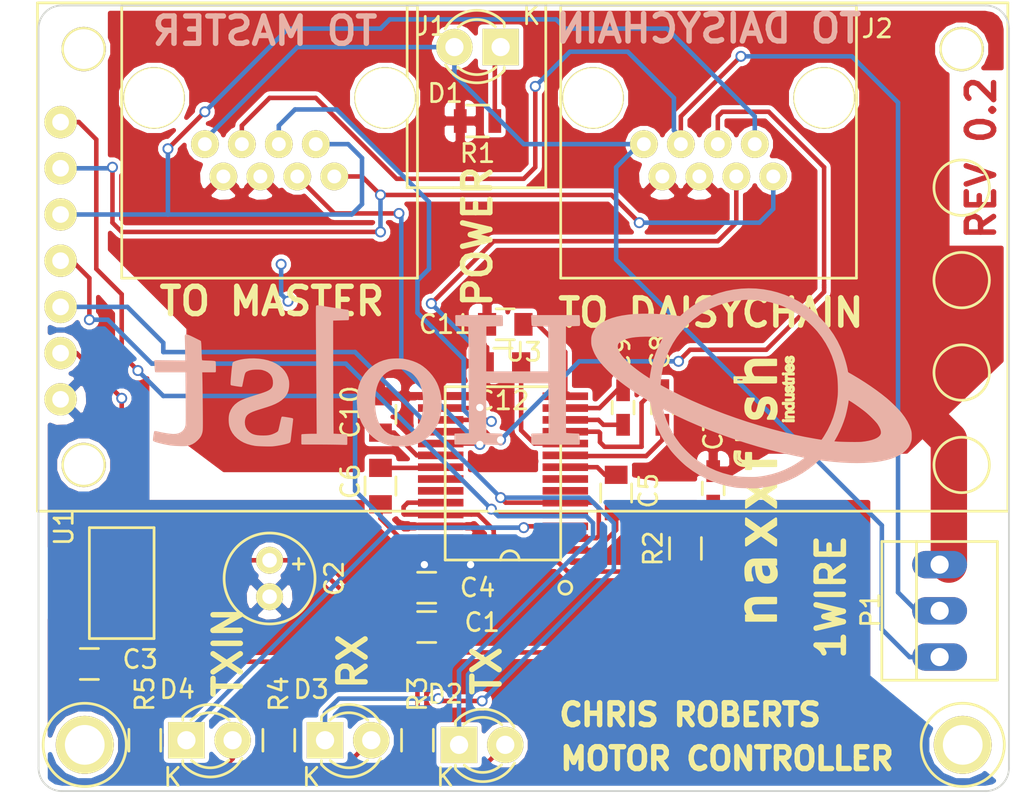
<source format=kicad_pcb>
(kicad_pcb (version 4) (host pcbnew "(after 2015-may-25 BZR unknown)-product")
  (title_block (title "Motor Controller Board") (date "08 August 2015") (rev 1) (company "Naxxfish Industries"))
  (layers (0 F.Cu signal) (31 B.Cu signal) (34 B.Paste user) (35 F.Paste user) (36 B.SilkS user) (37 F.SilkS user) (38 B.Mask user) (39 F.Mask user) (44 Edge.Cuts user))
  (net 0 "")
  (net 1 VCC)
  (net 2 GND)
  (net 3 "Net-(C5-Pad1)")
  (net 4 "Net-(C5-Pad2)")
  (net 5 "Net-(C6-Pad1)")
  (net 6 "Net-(C6-Pad2)")
  (net 7 MAS_RX)
  (net 8 MAS_TX)
  (net 9 RST)
  (net 10 ERR)
  (net 11 DAISY_TX)
  (net 12 DAISY_RX)
  (net 13 P_TXIN)
  (net 14 P_TX)
  (net 15 P_RX)
  (net 16 "Net-(J1-Pad3)")
  (net 17 +5VA)
  (net 18 GNDPWR)
  (net 19 VIN)
  (net 20 "Net-(C8-Pad1)")
  (net 21 "Net-(C8-Pad2)")
  (net 22 "Net-(C9-Pad1)")
  (net 23 "Net-(C9-Pad2)")
  (net 24 "Net-(C10-Pad1)")
  (net 25 "Net-(C11-Pad1)")
  (net 26 "Net-(C12-Pad1)")
  (net 27 "Net-(D2-Pad2)")
  (net 28 "Net-(D3-Pad2)")
  (net 29 "Net-(D4-Pad2)")
  (net 30 "Net-(R2-Pad2)")
  (net 31 "Net-(D1-Pad1)")
  (module Capacitors_SMD:C_0805 (layer F.Cu) (at 91.186 91.313 180)
    (fp_text reference C1 (at -3.048 0.254 180) (layer F.SilkS))
    (fp_text value 1uF)
    (pad 1 smd rect (at -1 0 180) (size 1 1.25) (layers F.Cu F.Paste F.Mask) (net 17 +5VA))
    (pad 2 smd rect (at 1 0 180) (size 1 1.25) (layers F.Cu F.Paste F.Mask) (net 18 GNDPWR))
  )
  (module Capacitors_Elko_ThroughHole:Elko_vert_11x5mm_RM2 (layer F.Cu) (at 82.55 87.63 270)
    (fp_text reference C2 (at 1.016 -3.556 270) (layer F.SilkS))
    (fp_text value 47uF)
    (fp_line (start 0.2159 -1.6002) (end 0.2159 -1.30048) (layer F.Cu) (width 0.15))
    (fp_line (start 0.2159 -1.6002) (end 0.51562 -1.6002) (layer F.Cu) (width 0.15))
    (fp_line (start -0.08382 -1.6002) (end 0.2159 -1.6002) (layer F.Cu) (width 0.15))
    (fp_line (start 0.2159 -1.6002) (end 0.2159 -1.89992) (layer F.Cu) (width 0.15))
    (pad 1 thru_hole circle (at 0.01524 0 270) (size 1.48082 1.48082) (drill 0.8001) (layers *.Cu *.Mask F.SilkS) (net 17 +5VA))
    (pad 2 thru_hole circle (at 2.01676 0 270) (size 1.48082 1.48082) (drill 0.8001) (layers *.Cu *.Mask F.SilkS) (net 18 GNDPWR))
  )
  (module Capacitors_SMD:C_0805 (layer F.Cu) (at 72.644 93.345 180)
    (fp_text reference C3 (at -2.794 0.254 180) (layer F.SilkS))
    (fp_text value 1uF)
    (pad 1 smd rect (at -1 0 180) (size 1 1.25) (layers F.Cu F.Paste F.Mask) (net 19 VIN))
    (pad 2 smd rect (at 1 0 180) (size 1 1.25) (layers F.Cu F.Paste F.Mask) (net 18 GNDPWR))
  )
  (module Capacitors_SMD:C_0805 (layer F.Cu) (at 91.186 89.154 180)
    (fp_text reference C4 (at -2.794 0 180) (layer F.SilkS))
    (fp_text value 1uF)
    (pad 1 smd rect (at -1 0 180) (size 1 1.25) (layers F.Cu F.Paste F.Mask) (net 17 +5VA))
    (pad 2 smd rect (at 1 0 180) (size 1 1.25) (layers F.Cu F.Paste F.Mask) (net 18 GNDPWR))
  )
  (module Capacitors_SMD:C_0805 (layer F.Cu) (at 101.6 83.947 270)
    (fp_text reference C5 (at -0.127 -1.778 270) (layer F.SilkS))
    (fp_text value 0.047U)
    (pad 1 smd rect (at -1 0 270) (size 1 1.25) (layers F.Cu F.Paste F.Mask) (net 3 "Net-(C5-Pad1)"))
    (pad 2 smd rect (at 1 0 270) (size 1 1.25) (layers F.Cu F.Paste F.Mask) (net 4 "Net-(C5-Pad2)"))
  )
  (module Capacitors_SMD:C_0805 (layer F.Cu) (at 88.646 83.566 270)
    (fp_text reference C6 (at -0.254 1.651 270) (layer F.SilkS))
    (fp_text value 0.047U)
    (pad 1 smd rect (at -1 0 270) (size 1 1.25) (layers F.Cu F.Paste F.Mask) (net 5 "Net-(C6-Pad1)"))
    (pad 2 smd rect (at 1 0 270) (size 1 1.25) (layers F.Cu F.Paste F.Mask) (net 6 "Net-(C6-Pad2)"))
  )
  (module Capacitors_SMD:C_0805 (layer F.Cu) (at 88.646 79.629 90)
    (fp_text reference C10 (at 0.127 -1.651 90) (layer F.SilkS))
    (fp_text value 2.2U)
    (pad 1 smd rect (at -1 0 90) (size 1 1.25) (layers F.Cu F.Paste F.Mask) (net 24 "Net-(C10-Pad1)"))
    (pad 2 smd rect (at 1 0 90) (size 1 1.25) (layers F.Cu F.Paste F.Mask) (net 2 GND))
  )
  (module Capacitors_SMD:C_0805 (layer F.Cu) (at 95.504 74.676 180)
    (fp_text reference C11 (at 3.302 0 180) (layer F.SilkS))
    (fp_text value 0.47)
    (pad 1 smd rect (at -1 0 180) (size 1 1.25) (layers F.Cu F.Paste F.Mask) (net 25 "Net-(C11-Pad1)"))
    (pad 2 smd rect (at 1 0 180) (size 1 1.25) (layers F.Cu F.Paste F.Mask) (net 2 GND))
  )
  (module Capacitors_SMD:C_0805 (layer F.Cu) (at 95.377 76.835 180)
    (fp_text reference C12 (at 0 -2.032 180) (layer F.SilkS))
    (fp_text value 0.47)
    (pad 1 smd rect (at -1 0 180) (size 1 1.25) (layers F.Cu F.Paste F.Mask) (net 26 "Net-(C12-Pad1)"))
    (pad 2 smd rect (at 1 0 180) (size 1 1.25) (layers F.Cu F.Paste F.Mask) (net 2 GND))
  )
  (module LEDs:LED-3MM (layer F.Cu) (at 95.25 59.436 180)
    (fp_text reference D1 (at 3.048 -2.54 180) (layer F.SilkS))
    (fp_text value PWR)
    (fp_text user K (at -1.69 1.74 180) (layer F.SilkS))
    (pad 1 thru_hole rect (at 0 0 270) (size 2 2) (drill 1.00076) (layers *.Cu *.Mask F.SilkS) (net 31 "Net-(D1-Pad1)"))
    (pad 2 thru_hole circle (at 2.54 0 180) (size 2 2) (drill 1.00076) (layers *.Cu *.Mask F.SilkS) (net 1 VCC))
  )
  (module LEDs:LED-3MM (layer F.Cu) (at 92.964 97.79)
    (fp_text reference D2 (at -0.762 -2.794) (layer F.SilkS))
    (fp_text value TX)
    (fp_text user K (at -0.762 1.778) (layer F.SilkS))
    (pad 1 thru_hole rect (at 0 0 90) (size 2 2) (drill 1.00076) (layers *.Cu *.Mask F.SilkS) (net 14 P_TX))
    (pad 2 thru_hole circle (at 2.54 0) (size 2 2) (drill 1.00076) (layers *.Cu *.Mask F.SilkS) (net 27 "Net-(D2-Pad2)"))
  )
  (module LEDs:LED-3MM (layer F.Cu) (at 85.598 97.536)
    (fp_text reference D3 (at -0.762 -2.794) (layer F.SilkS))
    (fp_text value RX)
    (fp_text user K (at -0.762 2.032) (layer F.SilkS))
    (pad 1 thru_hole rect (at 0 0 90) (size 2 2) (drill 1.00076) (layers *.Cu *.Mask F.SilkS) (net 15 P_RX))
    (pad 2 thru_hole circle (at 2.54 0) (size 2 2) (drill 1.00076) (layers *.Cu *.Mask F.SilkS) (net 28 "Net-(D3-Pad2)"))
  )
  (module LEDs:LED-3MM (layer F.Cu) (at 77.978 97.536)
    (fp_text reference D4 (at -0.508 -2.794) (layer F.SilkS))
    (fp_text value TXIN)
    (fp_text user K (at -0.762 2.032) (layer F.SilkS))
    (pad 1 thru_hole rect (at 0 0 90) (size 2 2) (drill 1.00076) (layers *.Cu *.Mask F.SilkS) (net 13 P_TXIN))
    (pad 2 thru_hole circle (at 2.54 0) (size 2 2) (drill 1.00076) (layers *.Cu *.Mask F.SilkS) (net 29 "Net-(D4-Pad2)"))
  )
  (module Connect:PINHEAD1-3 (layer F.Cu) (at 119.38 90.424 90)
    (fp_text reference P1 (at 0.05 -3.8 90) (layer F.SilkS))
    (fp_text value 1WIRECON)
    (pad 1 thru_hole oval (at -2.54 0 90) (size 1.50622 3.01498) (drill 0.99822) (layers *.Cu *.Mask) (net 1 VCC))
    (pad 2 thru_hole oval (at 0 0 90) (size 1.50622 3.01498) (drill 0.99822) (layers *.Cu *.Mask) (net 16 "Net-(J1-Pad3)"))
    (pad 3 thru_hole oval (at 2.54 0 90) (size 1.50622 3.01498) (drill 0.99822) (layers *.Cu *.Mask) (net 2 GND))
  )
  (module Resistors_SMD:R_0805 (layer F.Cu) (at 93.98 63.5 180)
    (fp_text reference R1 (at 0 -1.778 180) (layer F.SilkS))
    (fp_text value 330R)
    (pad 1 smd rect (at -0.95 0 180) (size 0.7 1.3) (layers F.Cu F.Paste F.Mask) (net 31 "Net-(D1-Pad1)"))
    (pad 2 smd rect (at 0.95 0 180) (size 0.7 1.3) (layers F.Cu F.Paste F.Mask) (net 2 GND))
  )
  (module Resistors_SMD:R_0805 (layer F.Cu) (at 105.41 86.995 90)
    (fp_text reference R2 (at 0 -1.778 90) (layer F.SilkS))
    (fp_text value 10K)
    (pad 1 smd rect (at -0.95 0 90) (size 0.7 1.3) (layers F.Cu F.Paste F.Mask) (net 17 +5VA))
    (pad 2 smd rect (at 0.95 0 90) (size 0.7 1.3) (layers F.Cu F.Paste F.Mask) (net 30 "Net-(R2-Pad2)"))
  )
  (module Resistors_SMD:R_0805 (layer F.Cu) (at 90.678 97.536 90)
    (fp_text reference R3 (at 2.54 0 90) (layer F.SilkS))
    (fp_text value 330R)
    (pad 1 smd rect (at -0.95 0 90) (size 0.7 1.3) (layers F.Cu F.Paste F.Mask) (net 27 "Net-(D2-Pad2)"))
    (pad 2 smd rect (at 0.95 0 90) (size 0.7 1.3) (layers F.Cu F.Paste F.Mask) (net 17 +5VA))
  )
  (module Resistors_SMD:R_0805 (layer F.Cu) (at 83.058 97.536 90)
    (fp_text reference R4 (at 2.54 0 90) (layer F.SilkS))
    (fp_text value 330R)
    (pad 1 smd rect (at -0.95 0 90) (size 0.7 1.3) (layers F.Cu F.Paste F.Mask) (net 28 "Net-(D3-Pad2)"))
    (pad 2 smd rect (at 0.95 0 90) (size 0.7 1.3) (layers F.Cu F.Paste F.Mask) (net 17 +5VA))
  )
  (module Resistors_SMD:R_0805 (layer F.Cu) (at 75.692 97.536 90)
    (fp_text reference R5 (at 2.54 0 90) (layer F.SilkS))
    (fp_text value 330R)
    (pad 1 smd rect (at -0.95 0 90) (size 0.7 1.3) (layers F.Cu F.Paste F.Mask) (net 29 "Net-(D4-Pad2)"))
    (pad 2 smd rect (at 0.95 0 90) (size 0.7 1.3) (layers F.Cu F.Paste F.Mask) (net 17 +5VA))
  )
  (module naxxfish-footprints:SOT-223-3 (layer F.Cu) (at 77.47 88.9 90)
    (fp_text reference U1 (at 3.048 -6.223 270) (layer F.SilkS))
    (fp_text value MCP1755S/SOT-223-3)
    (pad 2 smd rect (at 0 0 90) (size 0.95 1.9) (layers F.Cu F.Paste F.Mask) (net 18 GNDPWR))
    (pad 3 smd rect (at 2.3 0 90) (size 0.95 1.9) (layers F.Cu F.Paste F.Mask) (net 17 +5VA))
    (pad 1 smd rect (at -2.3 0 90) (size 0.95 1.9) (layers F.Cu F.Paste F.Mask) (net 19 VIN))
    (pad 4 smd rect (at 0 -6.1 90) (size 3.25 1.9) (layers F.Cu F.Paste F.Mask))
  )
  (module naxxfish-footprints:POLOLU-18V15 (layer F.Cu) (at 69.792 84.945)
    (fp_text reference U2 hide)
    (fp_text value POLOLU-SMC18V7 hide)
    (pad "" np_thru_hole circle (at 50.8 -25.4) (size 2.4384 2.4384) (drill 2.1844) (layers *.Cu *.Mask F.SilkS))
    (pad "" np_thru_hole circle (at 2.54 -25.4) (size 2.4384 2.4384) (drill 2.1844) (layers *.Cu *.Mask F.SilkS))
    (pad "" np_thru_hole circle (at 2.54 -2.54) (size 2.4384 2.4384) (drill 2.1844) (layers *.Cu *.Mask F.SilkS))
    (pad 7 thru_hole circle (at 1.27 -6.1468) (size 1.778 1.778) (drill 0.9144) (layers *.Cu *.Mask F.SilkS) (net 18 GNDPWR))
    (pad 6 thru_hole circle (at 1.27 -8.6868) (size 1.778 1.778) (drill 0.9144) (layers *.Cu *.Mask F.SilkS) (net 19 VIN))
    (pad 5 thru_hole circle (at 1.27 -11.2268) (size 1.778 1.778) (drill 0.9144) (layers *.Cu *.Mask F.SilkS) (net 15 P_RX))
    (pad 4 thru_hole circle (at 1.27 -13.7668) (size 1.778 1.778) (drill 0.9144) (layers *.Cu *.Mask F.SilkS) (net 14 P_TX))
    (pad 3 thru_hole circle (at 1.27 -16.3068) (size 1.778 1.778) (drill 0.9144) (layers *.Cu *.Mask F.SilkS) (net 9 RST))
    (pad 2 thru_hole circle (at 1.27 -18.8468) (size 1.778 1.778) (drill 0.9144) (layers *.Cu *.Mask F.SilkS) (net 10 ERR))
    (pad 1 thru_hole circle (at 1.27 -21.3868) (size 1.778 1.778) (drill 0.9144) (layers *.Cu *.Mask F.SilkS) (net 13 P_TXIN))
  )
  (module naxxfish-footprints:naxxfish-logo-motorcontroller (layer F.Cu) (at 109.855 83.693 90)
    (fp_text reference G*** hide)
    (fp_text value LOGO hide)
  )
  (module Connect:1pin (layer F.Cu) (at 120.65 97.79)
    (fp_text reference REF** hide)
    (fp_text value 1pin)
    (pad 1 thru_hole circle (at 0 0) (size 3.1844 3.1844) (drill 2.1844) (layers *.Cu *.Mask F.SilkS))
  )
  (module Connect:1pin (layer F.Cu) (at 72.39 97.79)
    (fp_text reference REF** hide)
    (fp_text value 1pin)
    (pad 1 thru_hole circle (at 0 0) (size 3.1844 3.1844) (drill 2.1844) (layers *.Cu *.Mask F.SilkS))
  )
  (module naxxfish-footprints:host-logo (layer B.Cu) (at 96.901 78.486 180)
    (fp_text reference G*** hide)
    (fp_text value LOGO hide)
  )
  (module Capacitors_SMD:C_0603_HandSoldering (layer F.Cu) (at 106.934 83.693 270)
    (fp_text reference C7 (at -3.048 0 270) (layer F.SilkS))
    (fp_text value 10N)
    (pad 1 smd rect (at -0.95 0 270) (size 1.2 0.75) (layers F.Cu F.Paste F.Mask) (net 2 GND))
    (pad 2 smd rect (at 0.95 0 270) (size 1.2 0.75) (layers F.Cu F.Paste F.Mask) (net 18 GNDPWR))
  )
  (module Capacitors_SMD:C_0603_HandSoldering (layer F.Cu) (at 104.14 79.248 90)
    (fp_text reference C8 (at 3.048 -0.127 90) (layer F.SilkS))
    (fp_text value 0.1U)
    (pad 1 smd rect (at -0.95 0 90) (size 1.2 0.75) (layers F.Cu F.Paste F.Mask) (net 20 "Net-(C8-Pad1)"))
    (pad 2 smd rect (at 0.95 0 90) (size 1.2 0.75) (layers F.Cu F.Paste F.Mask) (net 21 "Net-(C8-Pad2)"))
  )
  (module naxxfish-footprints:RJ45-RJSE-5080-ND (layer F.Cu) (at 85.09 64.77 180)
    (fp_text reference J1 (at -6.35 6.477 180) (layer F.SilkS))
    (fp_text value "TO MASTER")
    (pad 7 thru_hole circle (at 0 0 180) (size 1.524 1.524) (drill 0.762) (layers *.Cu *.Mask F.SilkS) (net 9 RST))
    (pad 8 thru_hole circle (at -1.016 -1.778 180) (size 1.524 1.524) (drill 0.762) (layers *.Cu *.Mask F.SilkS) (net 10 ERR))
    (pad 5 thru_hole circle (at 2.032 0 180) (size 1.524 1.524) (drill 0.762) (layers *.Cu *.Mask F.SilkS) (net 7 MAS_RX))
    (pad 6 thru_hole circle (at 1.016 -1.778 180) (size 1.524 1.524) (drill 0.762) (layers *.Cu *.Mask F.SilkS) (net 8 MAS_TX))
    (pad 3 thru_hole circle (at 4.064 0 180) (size 1.524 1.524) (drill 0.762) (layers *.Cu *.Mask F.SilkS) (net 16 "Net-(J1-Pad3)"))
    (pad 4 thru_hole circle (at 3.048 -1.778 180) (size 1.524 1.524) (drill 0.762) (layers *.Cu *.Mask F.SilkS) (net 2 GND))
    (pad 1 thru_hole circle (at 6.096 0 180) (size 1.524 1.524) (drill 0.762) (layers *.Cu *.Mask F.SilkS) (net 1 VCC))
    (pad 2 thru_hole circle (at 5.08 -1.778 180) (size 1.524 1.524) (drill 0.762) (layers *.Cu *.Mask F.SilkS) (net 2 GND))
    (pad "" np_thru_hole circle (at 8.89 2.54 180) (size 3.38 3.38) (drill 3.25) (layers *.Cu *.Mask F.SilkS))
    (pad "" np_thru_hole circle (at -3.81 2.54 180) (size 3.38 3.38) (drill 3.25) (layers *.Cu *.Mask F.SilkS))
  )
  (module naxxfish-footprints:RJ45-RJSE-5080-ND (layer F.Cu) (at 109.22 64.77 180)
    (fp_text reference J2 (at -6.731 6.35 180) (layer F.SilkS))
    (fp_text value "FROM DAISYCHAIN")
    (pad 7 thru_hole circle (at 0 0 180) (size 1.524 1.524) (drill 0.762) (layers *.Cu *.Mask F.SilkS) (net 9 RST))
    (pad 8 thru_hole circle (at -1.016 -1.778 180) (size 1.524 1.524) (drill 0.762) (layers *.Cu *.Mask F.SilkS) (net 10 ERR))
    (pad 5 thru_hole circle (at 2.032 0 180) (size 1.524 1.524) (drill 0.762) (layers *.Cu *.Mask F.SilkS) (net 11 DAISY_TX))
    (pad 6 thru_hole circle (at 1.016 -1.778 180) (size 1.524 1.524) (drill 0.762) (layers *.Cu *.Mask F.SilkS) (net 12 DAISY_RX))
    (pad 3 thru_hole circle (at 4.064 0 180) (size 1.524 1.524) (drill 0.762) (layers *.Cu *.Mask F.SilkS) (net 16 "Net-(J1-Pad3)"))
    (pad 4 thru_hole circle (at 3.048 -1.778 180) (size 1.524 1.524) (drill 0.762) (layers *.Cu *.Mask F.SilkS) (net 2 GND))
    (pad 1 thru_hole circle (at 6.096 0 180) (size 1.524 1.524) (drill 0.762) (layers *.Cu *.Mask F.SilkS) (net 1 VCC))
    (pad 2 thru_hole circle (at 5.08 -1.778 180) (size 1.524 1.524) (drill 0.762) (layers *.Cu *.Mask F.SilkS) (net 2 GND))
    (pad "" np_thru_hole circle (at 8.89 2.54 180) (size 3.38 3.38) (drill 3.25) (layers *.Cu *.Mask F.SilkS))
    (pad "" np_thru_hole circle (at -3.81 2.54 180) (size 3.38 3.38) (drill 3.25) (layers *.Cu *.Mask F.SilkS))
  )
  (module naxxfish-footprints:MAXIM-SSOP28 (layer F.Cu) (at 98.806 77.978 180)
    (fp_text reference U3 (at 2.286 1.778 180) (layer F.SilkS))
    (fp_text value MAX3250)
    (pad 14 smd rect (at 0 -0.65 180) (size 2.5 0.42) (layers F.Cu F.Paste F.Mask) (net 25 "Net-(C11-Pad1)"))
    (pad 13 smd rect (at 0 -1.3 180) (size 2.5 0.42) (layers F.Cu F.Paste F.Mask) (net 23 "Net-(C9-Pad2)"))
    (pad 12 smd rect (at 0 -1.95 180) (size 2.5 0.42) (layers F.Cu F.Paste F.Mask) (net 22 "Net-(C9-Pad1)"))
    (pad 11 smd rect (at 0 -2.6 180) (size 2.5 0.42) (layers F.Cu F.Paste F.Mask) (net 21 "Net-(C8-Pad2)"))
    (pad 10 smd rect (at 0 -3.25 180) (size 2.5 0.42) (layers F.Cu F.Paste F.Mask) (net 26 "Net-(C12-Pad1)"))
    (pad 9 smd rect (at 0 -3.9 180) (size 2.5 0.42) (layers F.Cu F.Paste F.Mask) (net 20 "Net-(C8-Pad1)"))
    (pad 8 smd rect (at 0 -4.55 180) (size 2.5 0.42) (layers F.Cu F.Paste F.Mask) (net 3 "Net-(C5-Pad1)"))
    (pad 7 smd rect (at 0 -5.2 180) (size 2.5 0.42) (layers F.Cu F.Paste F.Mask))
    (pad 6 smd rect (at 0 -5.85 180) (size 2.5 0.42) (layers F.Cu F.Paste F.Mask))
    (pad 5 smd rect (at 0 -6.5 180) (size 2.5 0.42) (layers F.Cu F.Paste F.Mask) (net 15 P_RX))
    (pad 4 smd rect (at 0 -7.15 180) (size 2.5 0.42) (layers F.Cu F.Paste F.Mask) (net 14 P_TX))
    (pad 3 smd rect (at 0 -7.8 180) (size 2.5 0.42) (layers F.Cu F.Paste F.Mask) (net 13 P_TXIN))
    (pad 2 smd rect (at 0 -8.45 180) (size 2.5 0.42) (layers F.Cu F.Paste F.Mask) (net 15 P_RX))
    (pad 1 smd rect (at 0 -9.1 180) (size 2.5 0.42) (layers F.Cu F.Paste F.Mask) (net 4 "Net-(C5-Pad2)"))
    (pad 28 smd rect (at 6.85 -9.1 180) (size 2.5 0.42) (layers F.Cu F.Paste F.Mask) (net 17 +5VA))
    (pad 27 smd rect (at 6.85 -8.45 180) (size 2.5 0.42) (layers F.Cu F.Paste F.Mask) (net 6 "Net-(C6-Pad2)"))
    (pad 26 smd rect (at 6.85 -7.8 180) (size 2.5 0.42) (layers F.Cu F.Paste F.Mask) (net 18 GNDPWR))
    (pad 25 smd rect (at 6.85 -7.15 180) (size 2.5 0.42) (layers F.Cu F.Paste F.Mask) (net 30 "Net-(R2-Pad2)"))
    (pad 24 smd rect (at 6.85 -6.5 180) (size 2.5 0.42) (layers F.Cu F.Paste F.Mask) (net 30 "Net-(R2-Pad2)"))
    (pad 23 smd rect (at 6.85 -5.85 180) (size 2.5 0.42) (layers F.Cu F.Paste F.Mask))
    (pad 22 smd rect (at 6.85 -5.2 180) (size 2.5 0.42) (layers F.Cu F.Paste F.Mask))
    (pad 21 smd rect (at 6.85 -4.55 180) (size 2.5 0.42) (layers F.Cu F.Paste F.Mask) (net 5 "Net-(C6-Pad1)"))
    (pad 20 smd rect (at 6.85 -3.9 180) (size 2.5 0.42) (layers F.Cu F.Paste F.Mask) (net 24 "Net-(C10-Pad1)"))
    (pad 19 smd rect (at 6.85 -3.25 180) (size 2.5 0.42) (layers F.Cu F.Paste F.Mask) (net 8 MAS_TX))
    (pad 18 smd rect (at 6.85 -2.6 180) (size 2.5 0.42) (layers F.Cu F.Paste F.Mask) (net 11 DAISY_TX))
    (pad 17 smd rect (at 6.85 -1.95 180) (size 2.5 0.42) (layers F.Cu F.Paste F.Mask) (net 7 MAS_RX))
    (pad 16 smd rect (at 6.85 -1.3 180) (size 2.5 0.42) (layers F.Cu F.Paste F.Mask) (net 12 DAISY_RX))
    (pad 15 smd rect (at 6.85 -0.65 180) (size 2.5 0.42) (layers F.Cu F.Paste F.Mask) (net 2 GND))
  )
  (module Capacitors_SMD:C_0603_HandSoldering (layer F.Cu) (at 101.981 79.248 90)
    (fp_text reference C9 (at 2.921 -0.127 90) (layer F.SilkS))
    (fp_text value 0.47U)
    (pad 1 smd rect (at -0.95 0 90) (size 1.2 0.75) (layers F.Cu F.Paste F.Mask) (net 22 "Net-(C9-Pad1)"))
    (pad 2 smd rect (at 0.95 0 90) (size 1.2 0.75) (layers F.Cu F.Paste F.Mask) (net 23 "Net-(C9-Pad2)"))
  )
  (gr_text 1WIRE (at 113.411 89.662 90) (layer F.SilkS) (effects (font (size 1.5 1.5) (thickness 0.3))))
  (gr_text "TO DAISYCHAIN" (at 106.68 58.42) (layer B.SilkS) (effects (font (size 1.5 1.5) (thickness 0.3)) (justify mirror)))
  (gr_text "TO MASTER" (at 82.296 58.547) (layer B.SilkS) (effects (font (size 1.5 1.5) (thickness 0.3)) (justify mirror)))
  (gr_text "MOTOR CONTROLLER" (at 107.696 98.552) (layer F.SilkS) (effects (font (size 1.2 1.2) (thickness 0.3))))
  (gr_text POWER (at 93.98 69.85 90) (layer F.SilkS) (effects (font (size 1.5 1.5) (thickness 0.3))))
  (gr_line (start 123.19 99.06) (end 123.19 58.42) (angle 90) (layer Edge.Cuts) (width 0.1))
  (gr_line (start 71.12 100.33) (end 121.92 100.33) (angle 90) (layer Edge.Cuts) (width 0.1))
  (gr_line (start 69.85 58.42) (end 69.85 99.06) (angle 90) (layer Edge.Cuts) (width 0.1))
  (gr_line (start 121.92 57.15) (end 71.12 57.15) (angle 90) (layer Edge.Cuts) (width 0.1))
  (gr_arc (start 71.12 99.06) (end 71.12 100.33) (angle 90) (layer Edge.Cuts) (width 0.1))
  (gr_arc (start 121.92 99.06) (end 123.19 99.06) (angle 90) (layer Edge.Cuts) (width 0.1))
  (gr_arc (start 121.92 58.42) (end 121.92 57.15) (angle 90) (layer Edge.Cuts) (width 0.1))
  (gr_arc (start 71.12 58.42) (end 69.85 58.42) (angle 90) (layer Edge.Cuts) (width 0.1))
  (gr_text "TO DAISYCHAIN" (at 106.807 74.041) (layer F.SilkS) (effects (font (size 1.5 1.5) (thickness 0.3))))
  (gr_text "TO MASTER" (at 82.677 73.406) (layer F.SilkS) (effects (font (size 1.5 1.5) (thickness 0.3))))
  (gr_text "CHRIS ROBERTS" (at 105.664 96.139) (layer F.SilkS) (effects (font (size 1.2 1.2) (thickness 0.3))))
  (gr_text TX (at 94.488 93.726 90) (layer F.SilkS) (effects (font (size 1.5 1.5) (thickness 0.3))))
  (gr_text "RX\n" (at 87.122 93.218 90) (layer F.SilkS) (effects (font (size 1.5 1.5) (thickness 0.3))))
  (gr_text TXIN (at 80.264 92.71 90) (layer F.SilkS) (effects (font (size 1.5 1.5) (thickness 0.3))))
  (gr_text "REV 0.2" (at 121.666 65.532 90) (layer F.Cu) (effects (font (size 1.5 1.5) (thickness 0.3))))
  (via (at 83.185 71.374) (size 0.6) (layers F.Cu B.Cu) (net 0))
  (segment (start 83.185 73.025) (end 83.185 71.374) (width 0.25) (layer B.Cu) (net 0))
  (segment (start 83.566 73.406) (end 83.185 73.025) (width 0.25) (layer B.Cu) (net 0))
  (via (at 83.566 73.406) (size 0.6) (layers F.Cu B.Cu) (net 0))
  (segment (start 119.888 92.964) (end 118.618 92.964) (width 0.25) (layer B.Cu) (net 1))
  (segment (start 84.074 59.436) (end 92.71 59.436) (width 0.25) (layer B.Cu) (net 1))
  (segment (start 78.994 64.516) (end 84.074 59.436) (width 0.25) (layer B.Cu) (net 1))
  (segment (start 78.994 64.77) (end 78.994 64.516) (width 0.25) (layer B.Cu) (net 1))
  (segment (start 92.71 60.96) (end 96.52 64.77) (width 0.25) (layer B.Cu) (net 1))
  (segment (start 96.52 64.77) (end 103.124 64.77) (width 0.25) (layer B.Cu) (net 1))
  (segment (start 92.71 59.436) (end 92.71 60.96) (width 0.25) (layer B.Cu) (net 1))
  (segment (start 101.6 66.04) (end 101.6 71.12) (width 0.25) (layer B.Cu) (net 1))
  (segment (start 101.6 71.12) (end 116.205 85.725) (width 0.25) (layer B.Cu) (net 1))
  (segment (start 116.205 85.725) (end 116.205 91.44) (width 0.25) (layer B.Cu) (net 1))
  (segment (start 116.205 91.44) (end 117.729 92.964) (width 0.25) (layer B.Cu) (net 1))
  (segment (start 117.729 92.964) (end 119.888 92.964) (width 0.25) (layer B.Cu) (net 1))
  (segment (start 102.87 64.77) (end 101.6 66.04) (width 0.25) (layer B.Cu) (net 1))
  (segment (start 103.124 64.77) (end 102.87 64.77) (width 0.25) (layer B.Cu) (net 1))
  (segment (start 119.888 87.884) (end 119.888 81.026) (width 2) (layer F.Cu) (net 2))
  (segment (start 119.888 81.026) (end 118.11 79.248) (width 2) (layer F.Cu) (net 2))
  (segment (start 101.6 82.947) (end 100.981 82.947) (width 0.25) (layer F.Cu) (net 3))
  (segment (start 100.981 82.947) (end 100.562 82.528) (width 0.25) (layer F.Cu) (net 3))
  (segment (start 100.562 82.528) (end 98.806 82.528) (width 0.25) (layer F.Cu) (net 3))
  (segment (start 101.6 84.947) (end 101.6 85.979) (width 0.25) (layer F.Cu) (net 4))
  (segment (start 100.501 87.078) (end 98.806 87.078) (width 0.25) (layer F.Cu) (net 4))
  (segment (start 101.6 85.979) (end 100.501 87.078) (width 0.25) (layer F.Cu) (net 4))
  (segment (start 88.646 82.566) (end 91.918 82.566) (width 0.25) (layer F.Cu) (net 5))
  (segment (start 91.918 82.566) (end 91.956 82.528) (width 0.25) (layer F.Cu) (net 5))
  (segment (start 88.646 84.566) (end 88.646 85.344) (width 0.25) (layer F.Cu) (net 6))
  (segment (start 89.73 86.428) (end 91.956 86.428) (width 0.25) (layer F.Cu) (net 6))
  (segment (start 88.646 85.344) (end 89.73 86.428) (width 0.25) (layer F.Cu) (net 6))
  (segment (start 83.058 64.77) (end 83.058 63.754) (width 0.25) (layer B.Cu) (net 7))
  (segment (start 94.66 79.928) (end 91.956 79.928) (width 0.25) (layer F.Cu) (net 7))
  (segment (start 94.742 80.01) (end 94.66 79.928) (width 0.25) (layer F.Cu) (net 7))
  (via (at 94.742 80.01) (size 0.6) (layers F.Cu B.Cu) (net 7))
  (segment (start 93.853 80.01) (end 94.742 80.01) (width 0.25) (layer B.Cu) (net 7))
  (segment (start 93.218 79.375) (end 93.853 80.01) (width 0.25) (layer B.Cu) (net 7))
  (segment (start 93.218 76.581) (end 93.218 79.375) (width 0.25) (layer B.Cu) (net 7))
  (segment (start 90.678 74.041) (end 93.218 76.581) (width 0.25) (layer B.Cu) (net 7))
  (segment (start 90.678 72.263) (end 90.678 74.041) (width 0.25) (layer B.Cu) (net 7))
  (segment (start 91.313 71.628) (end 90.678 72.263) (width 0.25) (layer B.Cu) (net 7))
  (segment (start 91.313 67.945) (end 91.313 71.628) (width 0.25) (layer B.Cu) (net 7))
  (segment (start 86.233 62.865) (end 91.313 67.945) (width 0.25) (layer B.Cu) (net 7))
  (segment (start 83.947 62.865) (end 86.233 62.865) (width 0.25) (layer B.Cu) (net 7))
  (segment (start 83.058 63.754) (end 83.947 62.865) (width 0.25) (layer B.Cu) (net 7))
  (segment (start 91.956 81.228) (end 94.055 81.228) (width 0.25) (layer F.Cu) (net 8))
  (via (at 89.662 68.58) (size 0.6) (layers F.Cu B.Cu) (net 8))
  (segment (start 89.789 68.707) (end 89.662 68.58) (width 0.25) (layer B.Cu) (net 8))
  (segment (start 89.789 76.962) (end 89.789 68.707) (width 0.25) (layer B.Cu) (net 8))
  (segment (start 94.107 81.28) (end 89.789 76.962) (width 0.25) (layer B.Cu) (net 8))
  (via (at 94.107 81.28) (size 0.6) (layers F.Cu B.Cu) (net 8))
  (segment (start 94.055 81.228) (end 94.107 81.28) (width 0.25) (layer F.Cu) (net 8))
  (segment (start 89.535 68.58) (end 86.106 68.58) (width 0.25) (layer F.Cu) (net 8))
  (segment (start 86.106 68.58) (end 84.074 66.548) (width 0.25) (layer F.Cu) (net 8))
  (segment (start 87.0638 68.6382) (end 87.63 68.072) (width 0.25) (layer B.Cu) (net 9))
  (segment (start 87.63 68.072) (end 87.63 65.532) (width 0.25) (layer B.Cu) (net 9))
  (segment (start 87.63 65.532) (end 86.868 64.77) (width 0.25) (layer B.Cu) (net 9))
  (segment (start 86.868 64.77) (end 85.09 64.77) (width 0.25) (layer B.Cu) (net 9))
  (segment (start 76.962 68.6382) (end 87.0638 68.6382) (width 0.25) (layer B.Cu) (net 9))
  (segment (start 71.062 68.6382) (end 76.962 68.6382) (width 0.25) (layer B.Cu) (net 9))
  (segment (start 76.962 68.58) (end 76.962 68.6382) (width 0.25) (layer B.Cu) (net 9))
  (segment (start 76.962 68.6382) (end 76.962 68.58) (width 0.25) (layer B.Cu) (net 9))
  (segment (start 76.962 68.58) (end 76.962 68.6382) (width 0.25) (layer B.Cu) (net 9))
  (segment (start 76.962 65.024) (end 76.962 68.58) (width 0.25) (layer B.Cu) (net 9))
  (segment (start 109.22 64.77) (end 109.22 63.246) (width 0.25) (layer B.Cu) (net 9))
  (segment (start 78.994 62.992) (end 76.962 65.024) (width 0.25) (layer F.Cu) (net 9))
  (via (at 78.994 62.992) (size 0.6) (layers F.Cu B.Cu) (net 9))
  (segment (start 83.566 58.42) (end 78.994 62.992) (width 0.25) (layer B.Cu) (net 9))
  (segment (start 88.646 58.42) (end 83.566 58.42) (width 0.25) (layer B.Cu) (net 9))
  (segment (start 89.154 57.912) (end 88.646 58.42) (width 0.25) (layer B.Cu) (net 9))
  (segment (start 98.298 57.912) (end 89.154 57.912) (width 0.25) (layer B.Cu) (net 9))
  (segment (start 98.806 58.42) (end 98.298 57.912) (width 0.25) (layer B.Cu) (net 9))
  (segment (start 104.394 58.42) (end 98.806 58.42) (width 0.25) (layer B.Cu) (net 9))
  (segment (start 105.41 59.436) (end 104.394 58.42) (width 0.25) (layer B.Cu) (net 9))
  (segment (start 109.22 63.246) (end 105.41 59.436) (width 0.25) (layer B.Cu) (net 9))
  (via (at 76.962 65.024) (size 0.6) (layers F.Cu B.Cu) (net 9))
  (segment (start 87.63 66.548) (end 88.646 67.564) (width 0.25) (layer F.Cu) (net 10))
  (via (at 88.646 67.564) (size 0.6) (layers F.Cu B.Cu) (net 10))
  (segment (start 88.646 67.564) (end 88.646 69.596) (width 0.25) (layer B.Cu) (net 10))
  (via (at 88.646 69.596) (size 0.6) (layers F.Cu B.Cu) (net 10))
  (segment (start 88.646 69.596) (end 74.422 69.596) (width 0.25) (layer F.Cu) (net 10))
  (segment (start 74.422 69.596) (end 73.914 69.088) (width 0.25) (layer F.Cu) (net 10))
  (segment (start 73.914 69.088) (end 73.914 66.04) (width 0.25) (layer F.Cu) (net 10))
  (via (at 73.914 66.04) (size 0.6) (layers F.Cu B.Cu) (net 10))
  (segment (start 73.914 66.04) (end 73.8558 66.0982) (width 0.25) (layer B.Cu) (net 10))
  (segment (start 73.8558 66.0982) (end 71.062 66.0982) (width 0.25) (layer B.Cu) (net 10))
  (segment (start 86.106 66.548) (end 87.63 66.548) (width 0.25) (layer F.Cu) (net 10))
  (segment (start 110.236 68.326) (end 109.474 69.088) (width 0.25) (layer B.Cu) (net 10))
  (segment (start 109.474 69.088) (end 102.87 69.088) (width 0.25) (layer B.Cu) (net 10))
  (via (at 102.87 69.088) (size 0.6) (layers F.Cu B.Cu) (net 10))
  (segment (start 102.87 69.088) (end 101.346 67.564) (width 0.25) (layer F.Cu) (net 10))
  (segment (start 101.346 67.564) (end 88.646 67.564) (width 0.25) (layer F.Cu) (net 10))
  (segment (start 110.236 66.548) (end 110.236 68.326) (width 0.25) (layer B.Cu) (net 10))
  (segment (start 113.03 72.644) (end 113.03 72.898) (width 0.25) (layer F.Cu) (net 11))
  (segment (start 107.188 64.77) (end 107.188 63.246) (width 0.25) (layer F.Cu) (net 11))
  (segment (start 113.03 72.517) (end 113.03 72.644) (width 0.25) (layer F.Cu) (net 11))
  (segment (start 113.03 66.04) (end 113.03 72.517) (width 0.25) (layer F.Cu) (net 11))
  (segment (start 109.982 62.992) (end 113.03 66.04) (width 0.25) (layer F.Cu) (net 11))
  (segment (start 107.442 62.992) (end 109.982 62.992) (width 0.25) (layer F.Cu) (net 11))
  (segment (start 107.188 63.246) (end 107.442 62.992) (width 0.25) (layer F.Cu) (net 11))
  (segment (start 94.421 80.578) (end 94.869 81.026) (width 0.25) (layer F.Cu) (net 11))
  (segment (start 94.869 81.026) (end 95.25 81.026) (width 0.25) (layer F.Cu) (net 11))
  (via (at 95.25 81.026) (size 0.6) (layers F.Cu B.Cu) (net 11))
  (segment (start 95.25 81.026) (end 99.568 76.708) (width 0.25) (layer B.Cu) (net 11))
  (segment (start 99.568 76.708) (end 105.029 76.708) (width 0.25) (layer B.Cu) (net 11))
  (via (at 105.029 76.708) (size 0.6) (layers F.Cu B.Cu) (net 11))
  (segment (start 105.029 76.708) (end 105.664 76.073) (width 0.25) (layer F.Cu) (net 11))
  (segment (start 94.421 80.578) (end 91.956 80.578) (width 0.25) (layer F.Cu) (net 11))
  (segment (start 109.855 76.073) (end 105.664 76.073) (width 0.25) (layer F.Cu) (net 11))
  (segment (start 113.03 72.898) (end 109.855 76.073) (width 0.25) (layer F.Cu) (net 11))
  (segment (start 108.204 66.548) (end 108.204 69.088) (width 0.25) (layer F.Cu) (net 12))
  (segment (start 94.077 79.278) (end 91.956 79.278) (width 0.25) (layer F.Cu) (net 12))
  (segment (start 94.107 79.248) (end 94.077 79.278) (width 0.25) (layer F.Cu) (net 12))
  (via (at 94.107 79.248) (size 0.6) (layers F.Cu B.Cu) (net 12))
  (segment (start 94.107 76.2) (end 94.107 79.248) (width 0.25) (layer B.Cu) (net 12))
  (segment (start 91.44 73.533) (end 94.107 76.2) (width 0.25) (layer B.Cu) (net 12))
  (via (at 91.44 73.533) (size 0.6) (layers F.Cu B.Cu) (net 12))
  (segment (start 94.869 70.104) (end 91.44 73.533) (width 0.25) (layer F.Cu) (net 12))
  (segment (start 107.188 70.104) (end 94.869 70.104) (width 0.25) (layer F.Cu) (net 12))
  (segment (start 108.204 69.088) (end 107.188 70.104) (width 0.25) (layer F.Cu) (net 12))
  (segment (start 87.249 78.613) (end 87.249 83.82) (width 0.25) (layer B.Cu) (net 13))
  (segment (start 72.0672 63.5582) (end 73.025 64.516) (width 0.25) (layer F.Cu) (net 13))
  (segment (start 73.025 64.516) (end 73.025 71.628) (width 0.25) (layer F.Cu) (net 13))
  (segment (start 73.025 71.628) (end 74.422 73.025) (width 0.25) (layer F.Cu) (net 13))
  (segment (start 74.422 73.025) (end 74.422 76.327) (width 0.25) (layer F.Cu) (net 13))
  (segment (start 74.422 76.327) (end 75.311 77.216) (width 0.25) (layer F.Cu) (net 13))
  (via (at 75.311 77.216) (size 0.6) (layers F.Cu B.Cu) (net 13))
  (segment (start 75.311 77.216) (end 76.708 78.613) (width 0.25) (layer B.Cu) (net 13))
  (segment (start 76.708 78.613) (end 87.249 78.613) (width 0.25) (layer B.Cu) (net 13))
  (segment (start 71.062 63.5582) (end 72.0672 63.5582) (width 0.25) (layer F.Cu) (net 13))
  (segment (start 87.249 83.82) (end 89.281 85.852) (width 0.25) (layer B.Cu) (net 13))
  (segment (start 77.978 97.536) (end 77.978 97.155) (width 0.25) (layer B.Cu) (net 13))
  (segment (start 77.978 97.155) (end 89.281 85.852) (width 0.25) (layer B.Cu) (net 13))
  (segment (start 89.281 85.852) (end 96.52 85.852) (width 0.25) (layer B.Cu) (net 13))
  (segment (start 96.594 85.778) (end 98.806 85.778) (width 0.25) (layer F.Cu) (net 13))
  (segment (start 96.52 85.852) (end 96.594 85.778) (width 0.25) (layer F.Cu) (net 13))
  (via (at 96.52 85.852) (size 0.6) (layers F.Cu B.Cu) (net 13))
  (segment (start 94.488 85.852) (end 96.52 85.852) (width 0.25) (layer B.Cu) (net 13))
  (segment (start 92.964 97.79) (end 92.964 93.726) (width 0.25) (layer B.Cu) (net 14))
  (segment (start 95.123 85.217) (end 94.742 84.836) (width 0.25) (layer B.Cu) (net 14))
  (segment (start 99.949 85.217) (end 95.123 85.217) (width 0.25) (layer B.Cu) (net 14))
  (segment (start 100.33 85.598) (end 99.949 85.217) (width 0.25) (layer B.Cu) (net 14))
  (segment (start 100.33 86.36) (end 100.33 85.598) (width 0.25) (layer B.Cu) (net 14))
  (segment (start 92.964 93.726) (end 100.33 86.36) (width 0.25) (layer B.Cu) (net 14))
  (segment (start 98.806 85.128) (end 95.034 85.128) (width 0.25) (layer F.Cu) (net 14))
  (segment (start 73.66 74.422) (end 76.073 76.835) (width 0.25) (layer B.Cu) (net 14))
  (segment (start 72.644 72.136) (end 71.6862 71.1782) (width 0.25) (layer F.Cu) (net 14))
  (segment (start 72.644 74.422) (end 72.644 72.136) (width 0.25) (layer F.Cu) (net 14))
  (via (at 72.644 74.422) (size 0.6) (layers F.Cu B.Cu) (net 14))
  (segment (start 72.644 74.422) (end 73.66 74.422) (width 0.25) (layer B.Cu) (net 14))
  (segment (start 86.741 76.835) (end 76.073 76.835) (width 0.25) (layer B.Cu) (net 14))
  (segment (start 94.742 84.836) (end 86.741 76.835) (width 0.25) (layer B.Cu) (net 14))
  (via (at 94.742 84.836) (size 0.6) (layers F.Cu B.Cu) (net 14))
  (segment (start 95.034 85.128) (end 94.742 84.836) (width 0.25) (layer F.Cu) (net 14))
  (segment (start 71.6862 71.1782) (end 71.062 71.1782) (width 0.25) (layer F.Cu) (net 14))
  (segment (start 98.806 84.478) (end 100.353 84.478) (width 0.25) (layer F.Cu) (net 15))
  (segment (start 100.514602 86.428) (end 98.806 86.428) (width 0.25) (layer F.Cu) (net 15))
  (segment (start 100.646801 86.295801) (end 100.514602 86.428) (width 0.25) (layer F.Cu) (net 15))
  (segment (start 100.646801 84.771801) (end 100.646801 86.295801) (width 0.25) (layer F.Cu) (net 15))
  (segment (start 100.353 84.478) (end 100.646801 84.771801) (width 0.25) (layer F.Cu) (net 15))
  (segment (start 85.598 97.536) (end 85.598 96.012) (width 0.25) (layer B.Cu) (net 15))
  (segment (start 100.076 84.201) (end 95.25 84.201) (width 0.25) (layer B.Cu) (net 15))
  (segment (start 101.473 85.598) (end 100.076 84.201) (width 0.25) (layer B.Cu) (net 15))
  (segment (start 101.473 88.138) (end 101.473 85.598) (width 0.25) (layer B.Cu) (net 15))
  (segment (start 94.234 95.377) (end 101.473 88.138) (width 0.25) (layer B.Cu) (net 15))
  (via (at 94.234 95.377) (size 0.6) (layers F.Cu B.Cu) (net 15))
  (segment (start 91.948 95.377) (end 94.234 95.377) (width 0.25) (layer F.Cu) (net 15))
  (segment (start 91.821 95.25) (end 91.948 95.377) (width 0.25) (layer F.Cu) (net 15))
  (via (at 91.821 95.25) (size 0.6) (layers F.Cu B.Cu) (net 15))
  (segment (start 86.36 95.25) (end 91.821 95.25) (width 0.25) (layer B.Cu) (net 15))
  (segment (start 85.598 96.012) (end 86.36 95.25) (width 0.25) (layer B.Cu) (net 15))
  (segment (start 98.806 84.478) (end 95.527 84.478) (width 0.25) (layer F.Cu) (net 15))
  (segment (start 76.708 76.2) (end 76.708 75.692) (width 0.25) (layer B.Cu) (net 15))
  (segment (start 76.708 75.692) (end 74.7342 73.7182) (width 0.25) (layer B.Cu) (net 15))
  (segment (start 74.7342 73.7182) (end 71.062 73.7182) (width 0.25) (layer B.Cu) (net 15))
  (segment (start 87.249 76.2) (end 76.708 76.2) (width 0.25) (layer B.Cu) (net 15))
  (segment (start 95.25 84.201) (end 87.249 76.2) (width 0.25) (layer B.Cu) (net 15))
  (via (at 95.25 84.201) (size 0.6) (layers F.Cu B.Cu) (net 15))
  (segment (start 95.527 84.478) (end 95.25 84.201) (width 0.25) (layer F.Cu) (net 15))
  (segment (start 119.888 90.424) (end 118.618 90.424) (width 0.25) (layer B.Cu) (net 16))
  (segment (start 81.026 63.754) (end 81.026 64.77) (width 0.25) (layer F.Cu) (net 16))
  (segment (start 82.55 62.23) (end 81.026 63.754) (width 0.25) (layer F.Cu) (net 16))
  (segment (start 85.09 62.23) (end 82.55 62.23) (width 0.25) (layer F.Cu) (net 16))
  (segment (start 89.535 66.675) (end 85.09 62.23) (width 0.25) (layer F.Cu) (net 16))
  (segment (start 96.52 66.675) (end 89.535 66.675) (width 0.25) (layer F.Cu) (net 16))
  (segment (start 97.155 66.04) (end 96.52 66.675) (width 0.25) (layer F.Cu) (net 16))
  (segment (start 97.155 61.595) (end 97.155 66.04) (width 0.25) (layer F.Cu) (net 16))
  (via (at 97.155 61.595) (size 0.6) (layers F.Cu B.Cu) (net 16))
  (segment (start 99.06 59.69) (end 97.155 61.595) (width 0.25) (layer B.Cu) (net 16))
  (segment (start 102.235 59.69) (end 99.06 59.69) (width 0.25) (layer B.Cu) (net 16))
  (segment (start 104.775 62.23) (end 102.235 59.69) (width 0.25) (layer B.Cu) (net 16))
  (segment (start 104.775 64.008) (end 104.775 62.23) (width 0.25) (layer B.Cu) (net 16))
  (segment (start 105.156 64.389) (end 104.775 64.008) (width 0.25) (layer B.Cu) (net 16))
  (segment (start 105.156 64.77) (end 105.156 64.389) (width 0.25) (layer B.Cu) (net 16))
  (segment (start 118.11 90.424) (end 117.094 89.408) (width 0.25) (layer B.Cu) (net 16))
  (segment (start 117.094 89.408) (end 117.094 62.484) (width 0.25) (layer B.Cu) (net 16))
  (segment (start 117.094 62.484) (end 114.554 59.944) (width 0.25) (layer B.Cu) (net 16))
  (segment (start 114.554 59.944) (end 108.458 59.944) (width 0.25) (layer B.Cu) (net 16))
  (via (at 108.458 59.944) (size 0.6) (layers F.Cu B.Cu) (net 16))
  (segment (start 108.458 59.944) (end 105.156 63.246) (width 0.25) (layer F.Cu) (net 16))
  (segment (start 105.156 63.246) (end 105.156 64.77) (width 0.25) (layer F.Cu) (net 16))
  (segment (start 119.888 90.424) (end 118.11 90.424) (width 0.25) (layer B.Cu) (net 16))
  (segment (start 105.283 89.154) (end 105.283 89.281) (width 0.25) (layer F.Cu) (net 17))
  (segment (start 105.283 89.154) (end 105.41 89.027) (width 0.25) (layer F.Cu) (net 17))
  (segment (start 105.41 87.945) (end 105.41 89.027) (width 0.25) (layer F.Cu) (net 17))
  (segment (start 101.854 92.71) (end 91.948 92.71) (width 0.25) (layer F.Cu) (net 17))
  (segment (start 105.283 89.281) (end 101.854 92.71) (width 0.25) (layer F.Cu) (net 17))
  (segment (start 92.186 91.313) (end 92.186 92.472) (width 0.25) (layer F.Cu) (net 17))
  (segment (start 92.186 92.472) (end 91.948 92.71) (width 0.25) (layer F.Cu) (net 17))
  (segment (start 91.948 92.71) (end 91.186 93.472) (width 0.25) (layer F.Cu) (net 17))
  (segment (start 92.186 89.154) (end 92.186 91.313) (width 0.25) (layer F.Cu) (net 17))
  (segment (start 91.956 87.078) (end 91.956 88.924) (width 0.25) (layer F.Cu) (net 17))
  (segment (start 91.956 88.924) (end 92.186 89.154) (width 0.25) (layer F.Cu) (net 17))
  (segment (start 84.85124 87.64524) (end 87.503 90.297) (width 0.25) (layer F.Cu) (net 17))
  (segment (start 83.82 93.218) (end 84.201 93.599) (width 0.25) (layer F.Cu) (net 17))
  (segment (start 78.486 93.218) (end 83.82 93.218) (width 0.25) (layer F.Cu) (net 17))
  (segment (start 83.058 94.742) (end 84.201 93.599) (width 0.25) (layer F.Cu) (net 17))
  (segment (start 84.201 93.599) (end 87.503 90.297) (width 0.25) (layer F.Cu) (net 17))
  (segment (start 87.503 90.297) (end 90.678 93.472) (width 0.25) (layer F.Cu) (net 17))
  (segment (start 90.678 93.472) (end 91.186 93.472) (width 0.25) (layer F.Cu) (net 17))
  (segment (start 75.692 96.012) (end 78.486 93.218) (width 0.25) (layer F.Cu) (net 17))
  (segment (start 75.692 96.586) (end 75.692 96.012) (width 0.25) (layer F.Cu) (net 17))
  (segment (start 75.184 96.586) (end 75.626 96.586) (width 0.25) (layer F.Cu) (net 17))
  (segment (start 83.058 96.586) (end 83.058 94.742) (width 0.25) (layer F.Cu) (net 17))
  (segment (start 90.678 96.586) (end 90.678 93.98) (width 0.25) (layer F.Cu) (net 17))
  (segment (start 90.678 93.98) (end 91.186 93.472) (width 0.25) (layer F.Cu) (net 17))
  (segment (start 82.55 87.64524) (end 84.85124 87.64524) (width 0.25) (layer F.Cu) (net 17))
  (segment (start 82.55 87.64524) (end 83.07324 87.64524) (width 0.25) (layer F.Cu) (net 17))
  (segment (start 82.55 87.64524) (end 78.51524 87.64524) (width 0.25) (layer F.Cu) (net 17))
  (segment (start 78.51524 87.64524) (end 77.47 86.6) (width 0.25) (layer F.Cu) (net 17))
  (segment (start 90.186 89.154) (end 90.186 88.757) (width 0.25) (layer F.Cu) (net 18))
  (segment (start 90.186 88.757) (end 91.059 87.884) (width 0.25) (layer F.Cu) (net 18))
  (via (at 91.059 87.884) (size 0.6) (layers F.Cu B.Cu) (net 18))
  (segment (start 91.059 87.884) (end 93.599 87.884) (width 0.25) (layer B.Cu) (net 18))
  (via (at 93.599 87.884) (size 0.6) (layers F.Cu B.Cu) (net 18))
  (segment (start 73.644 93.345) (end 73.644 85.36) (width 0.25) (layer F.Cu) (net 19))
  (segment (start 74.422 78.74) (end 71.9402 76.2582) (width 0.25) (layer F.Cu) (net 19))
  (via (at 74.422 78.74) (size 0.6) (layers F.Cu B.Cu) (net 19))
  (segment (start 74.422 84.582) (end 74.422 78.74) (width 0.25) (layer F.Cu) (net 19))
  (segment (start 73.644 85.36) (end 74.422 84.582) (width 0.25) (layer F.Cu) (net 19))
  (segment (start 77.47 91.2) (end 77.47 92.202) (width 0.25) (layer F.Cu) (net 19))
  (segment (start 76.327 93.345) (end 73.644 93.345) (width 0.25) (layer F.Cu) (net 19))
  (segment (start 77.47 92.202) (end 76.327 93.345) (width 0.25) (layer F.Cu) (net 19))
  (segment (start 71.062 76.2582) (end 71.9402 76.2582) (width 0.25) (layer F.Cu) (net 19))
  (segment (start 104.14 80.198) (end 104.14 81.026) (width 0.25) (layer F.Cu) (net 20))
  (segment (start 103.251 81.915) (end 98.843 81.915) (width 0.25) (layer F.Cu) (net 20))
  (segment (start 104.14 81.026) (end 103.251 81.915) (width 0.25) (layer F.Cu) (net 20))
  (segment (start 98.843 81.915) (end 98.806 81.878) (width 0.25) (layer F.Cu) (net 20))
  (segment (start 104.14 78.298) (end 103.693 78.298) (width 0.25) (layer F.Cu) (net 21))
  (segment (start 100.644 80.578) (end 98.806 80.578) (width 0.25) (layer F.Cu) (net 21))
  (segment (start 100.711 80.645) (end 100.644 80.578) (width 0.25) (layer F.Cu) (net 21))
  (segment (start 100.711 81.153) (end 100.711 80.645) (width 0.25) (layer F.Cu) (net 21))
  (segment (start 100.965 81.407) (end 100.711 81.153) (width 0.25) (layer F.Cu) (net 21))
  (segment (start 102.997 81.407) (end 100.965 81.407) (width 0.25) (layer F.Cu) (net 21))
  (segment (start 102.997 78.994) (end 102.997 81.407) (width 0.25) (layer F.Cu) (net 21))
  (segment (start 103.693 78.298) (end 102.997 78.994) (width 0.25) (layer F.Cu) (net 21))
  (segment (start 101.981 80.198) (end 100.899 80.198) (width 0.25) (layer F.Cu) (net 22))
  (segment (start 100.629 79.928) (end 98.806 79.928) (width 0.25) (layer F.Cu) (net 22))
  (segment (start 100.899 80.198) (end 100.629 79.928) (width 0.25) (layer F.Cu) (net 22))
  (segment (start 101.981 78.298) (end 101.661 78.298) (width 0.25) (layer F.Cu) (net 23))
  (segment (start 101.661 78.298) (end 100.681 79.278) (width 0.25) (layer F.Cu) (net 23))
  (segment (start 100.681 79.278) (end 98.806 79.278) (width 0.25) (layer F.Cu) (net 23))
  (segment (start 88.646 80.629) (end 89.392 80.629) (width 0.25) (layer F.Cu) (net 24))
  (segment (start 90.641 81.878) (end 91.956 81.878) (width 0.25) (layer F.Cu) (net 24))
  (segment (start 89.392 80.629) (end 90.641 81.878) (width 0.25) (layer F.Cu) (net 24))
  (segment (start 96.504 74.676) (end 97.282 74.676) (width 0.25) (layer F.Cu) (net 25))
  (segment (start 98.806 76.2) (end 98.806 78.628) (width 0.25) (layer F.Cu) (net 25))
  (segment (start 97.282 74.676) (end 98.806 76.2) (width 0.25) (layer F.Cu) (net 25))
  (segment (start 98.949 78.485) (end 98.806 78.628) (width 0.25) (layer F.Cu) (net 25))
  (segment (start 96.377 76.835) (end 96.377 80.502) (width 0.25) (layer F.Cu) (net 26))
  (segment (start 97.103 81.228) (end 98.806 81.228) (width 0.25) (layer F.Cu) (net 26))
  (segment (start 96.377 80.502) (end 97.103 81.228) (width 0.25) (layer F.Cu) (net 26))
  (segment (start 90.678 98.486) (end 90.678 98.806) (width 0.25) (layer F.Cu) (net 27))
  (segment (start 90.678 98.806) (end 91.44 99.568) (width 0.25) (layer F.Cu) (net 27))
  (segment (start 91.44 99.568) (end 93.726 99.568) (width 0.25) (layer F.Cu) (net 27))
  (segment (start 93.726 99.568) (end 95.504 97.79) (width 0.25) (layer F.Cu) (net 27))
  (segment (start 95.504 97.79) (end 95.504 98.552) (width 0.25) (layer F.Cu) (net 27))
  (segment (start 95.184 97.47) (end 95.504 97.79) (width 0.25) (layer F.Cu) (net 27))
  (segment (start 83.058 98.486) (end 83.246 98.486) (width 0.25) (layer F.Cu) (net 28))
  (segment (start 83.246 98.486) (end 84.074 99.314) (width 0.25) (layer F.Cu) (net 28))
  (segment (start 84.074 99.314) (end 86.36 99.314) (width 0.25) (layer F.Cu) (net 28))
  (segment (start 86.36 99.314) (end 88.138 97.536) (width 0.25) (layer F.Cu) (net 28))
  (segment (start 80.518 97.536) (end 80.518 98.552) (width 0.25) (layer F.Cu) (net 29))
  (segment (start 76.774 99.568) (end 75.692 98.486) (width 0.25) (layer F.Cu) (net 29))
  (segment (start 79.502 99.568) (end 76.774 99.568) (width 0.25) (layer F.Cu) (net 29))
  (segment (start 80.518 98.552) (end 79.502 99.568) (width 0.25) (layer F.Cu) (net 29))
  (segment (start 93.637 85.128) (end 94.018 85.128) (width 0.25) (layer F.Cu) (net 30))
  (segment (start 91.956 85.128) (end 93.637 85.128) (width 0.25) (layer F.Cu) (net 30))
  (segment (start 94.869 86.233) (end 96.393 87.757) (width 0.25) (layer F.Cu) (net 30))
  (segment (start 94.869 85.979) (end 94.869 86.233) (width 0.25) (layer F.Cu) (net 30))
  (segment (start 94.018 85.128) (end 94.869 85.979) (width 0.25) (layer F.Cu) (net 30))
  (segment (start 105.41 86.045) (end 104.709 86.045) (width 0.25) (layer F.Cu) (net 30))
  (segment (start 104.709 86.045) (end 102.489 88.265) (width 0.25) (layer F.Cu) (net 30))
  (segment (start 102.489 88.265) (end 98.933 88.265) (width 0.25) (layer F.Cu) (net 30))
  (segment (start 98.933 88.265) (end 98.425 87.757) (width 0.25) (layer F.Cu) (net 30))
  (segment (start 98.425 87.757) (end 96.393 87.757) (width 0.25) (layer F.Cu) (net 30))
  (segment (start 91.956 84.478) (end 90.147 84.478) (width 0.25) (layer F.Cu) (net 30))
  (segment (start 89.954 85.128) (end 91.956 85.128) (width 0.25) (layer F.Cu) (net 30))
  (segment (start 89.916 85.09) (end 89.954 85.128) (width 0.25) (layer F.Cu) (net 30))
  (segment (start 89.916 84.709) (end 89.916 85.09) (width 0.25) (layer F.Cu) (net 30))
  (segment (start 90.147 84.478) (end 89.916 84.709) (width 0.25) (layer F.Cu) (net 30))
  (segment (start 94.93 59.756) (end 95.25 59.436) (width 0.25) (layer F.Cu) (net 31))
  (segment (start 94.93 63.5) (end 94.93 59.756) (width 0.25) (layer F.Cu) (net 31))
  (zone (net 2) (net_name GND) (layer F.Cu) (connect_pads (clearance 0.24)) (min_thickness 0.254) (fill yes (arc_segments 16) (thermal_gap 0.508) (thermal_bridge_width 0.508))
    (polygon (pts (xy 123.19 76.454) (xy 117.602 81.788) (xy 109.982 81.788) (xy 107.442 83.312) (xy 103.886 83.312) (xy 100.838 82.804) (xy 93.726 82.804) (xy 80.01 82.804) (xy 77.978 81.28) (xy 77.978 74.93) (xy 73.66 70.612) (xy 73.66 57.15) (xy 123.19 57.15)))
  )
  (zone (net 18) (net_name GNDPWR) (layer F.Cu) (connect_pads (clearance 0.24)) (min_thickness 0.254) (fill yes (arc_segments 16) (thermal_gap 0.508) (thermal_bridge_width 0.508))
    (polygon (pts (xy 77.978 84.328) (xy 115.57 84.328) (xy 115.57 93.98) (xy 108.966 99.568) (xy 70.358 99.568) (xy 70.358 61.976) (xy 72.39 61.976) (xy 72.39 72.136) (xy 75.946 76.2) (xy 75.946 84.328) (xy 77.978 84.328)))
  )
  (zone (net 18) (net_name GNDPWR) (layer B.Cu) (connect_pads (clearance 0.24)) (min_thickness 0.254) (fill yes (arc_segments 16) (thermal_gap 0.508) (thermal_bridge_width 0.508))
    (polygon (pts (xy 122.936 100.076) (xy 70.358 100.076) (xy 70.358 70.866) (xy 72.136 70.866) (xy 75.946 75.946) (xy 75.946 84.328) (xy 115.57 84.328) (xy 115.57 93.98)))
  )
)
</source>
